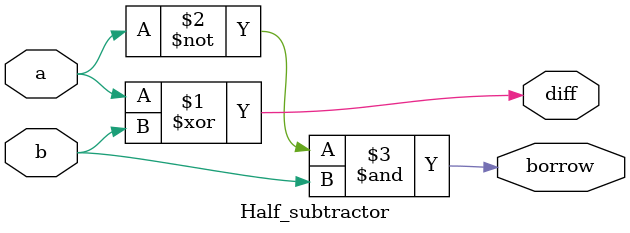
<source format=v>
`timescale 1ns / 1ps
module Half_subtractor(a,b,diff,borrow);
input a,b;
output diff,borrow;
assign diff=a^b;
assign borrow=~a&b;
endmodule

</source>
